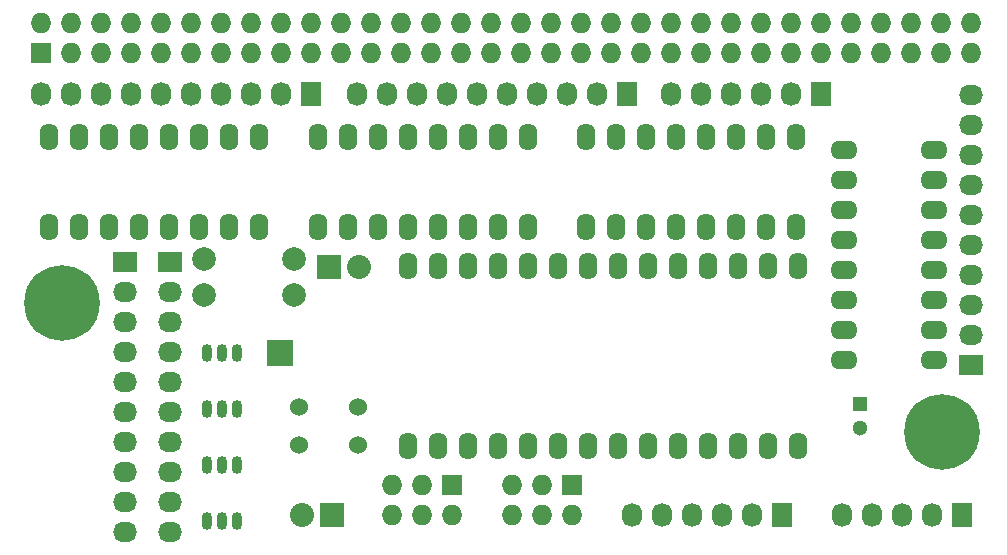
<source format=gbs>
G04 #@! TF.FileFunction,Soldermask,Bot*
%FSLAX46Y46*%
G04 Gerber Fmt 4.6, Leading zero omitted, Abs format (unit mm)*
G04 Created by KiCad (PCBNEW 4.0.4-stable) date 12/11/16 18:51:07*
%MOMM*%
%LPD*%
G01*
G04 APERTURE LIST*
%ADD10C,0.100000*%
%ADD11O,1.600000X2.300000*%
%ADD12R,1.727200X1.727200*%
%ADD13O,1.727200X1.727200*%
%ADD14R,2.032000X2.032000*%
%ADD15O,2.032000X2.032000*%
%ADD16R,1.727200X2.032000*%
%ADD17O,1.727200X2.032000*%
%ADD18R,2.235200X2.235200*%
%ADD19O,0.899160X1.501140*%
%ADD20R,2.032000X1.727200*%
%ADD21O,2.032000X1.727200*%
%ADD22O,2.300000X1.600000*%
%ADD23R,1.300000X1.300000*%
%ADD24C,1.300000*%
%ADD25C,1.524000*%
%ADD26C,1.998980*%
%ADD27C,6.400000*%
G04 APERTURE END LIST*
D10*
D11*
X210700000Y-134900000D03*
X213240000Y-134900000D03*
X215780000Y-134900000D03*
X218320000Y-134900000D03*
X220860000Y-134900000D03*
X223400000Y-134900000D03*
X225940000Y-134900000D03*
X228480000Y-134900000D03*
X231020000Y-134900000D03*
X233560000Y-134900000D03*
X236100000Y-134900000D03*
X238640000Y-134900000D03*
X241180000Y-134900000D03*
X243720000Y-134900000D03*
X243720000Y-119660000D03*
X241180000Y-119660000D03*
X238640000Y-119660000D03*
X236100000Y-119660000D03*
X233560000Y-119660000D03*
X231020000Y-119660000D03*
X228480000Y-119660000D03*
X225940000Y-119660000D03*
X223400000Y-119660000D03*
X220860000Y-119660000D03*
X218320000Y-119660000D03*
X215780000Y-119660000D03*
X213240000Y-119660000D03*
X210700000Y-119660000D03*
D12*
X179600000Y-101600000D03*
D13*
X179600000Y-99060000D03*
X182140000Y-101600000D03*
X182140000Y-99060000D03*
X184680000Y-101600000D03*
X184680000Y-99060000D03*
X187220000Y-101600000D03*
X187220000Y-99060000D03*
X189760000Y-101600000D03*
X189760000Y-99060000D03*
X192300000Y-101600000D03*
X192300000Y-99060000D03*
X194840000Y-101600000D03*
X194840000Y-99060000D03*
X197380000Y-101600000D03*
X197380000Y-99060000D03*
X199920000Y-101600000D03*
X199920000Y-99060000D03*
X202460000Y-101600000D03*
X202460000Y-99060000D03*
X205000000Y-101600000D03*
X205000000Y-99060000D03*
X207540000Y-101600000D03*
X207540000Y-99060000D03*
X210080000Y-101600000D03*
X210080000Y-99060000D03*
X212620000Y-101600000D03*
X212620000Y-99060000D03*
X215160000Y-101600000D03*
X215160000Y-99060000D03*
X217700000Y-101600000D03*
X217700000Y-99060000D03*
X220240000Y-101600000D03*
X220240000Y-99060000D03*
X222780000Y-101600000D03*
X222780000Y-99060000D03*
X225320000Y-101600000D03*
X225320000Y-99060000D03*
X227860000Y-101600000D03*
X227860000Y-99060000D03*
X230400000Y-101600000D03*
X230400000Y-99060000D03*
X232940000Y-101600000D03*
X232940000Y-99060000D03*
X235480000Y-101600000D03*
X235480000Y-99060000D03*
X238020000Y-101600000D03*
X238020000Y-99060000D03*
X240560000Y-101600000D03*
X240560000Y-99060000D03*
X243100000Y-101600000D03*
X243100000Y-99060000D03*
X245640000Y-101600000D03*
X245640000Y-99060000D03*
X248180000Y-101600000D03*
X248180000Y-99060000D03*
X250720000Y-101600000D03*
X250720000Y-99060000D03*
X253260000Y-101600000D03*
X253260000Y-99060000D03*
X255800000Y-101600000D03*
X255800000Y-99060000D03*
X258340000Y-101600000D03*
X258340000Y-99060000D03*
D14*
X204216000Y-140716000D03*
D15*
X201676000Y-140716000D03*
D16*
X242316000Y-140716000D03*
D17*
X239776000Y-140716000D03*
X237236000Y-140716000D03*
X234696000Y-140716000D03*
X232156000Y-140716000D03*
X229616000Y-140716000D03*
D12*
X214400000Y-138200000D03*
D13*
X214400000Y-140740000D03*
X211860000Y-138200000D03*
X211860000Y-140740000D03*
X209320000Y-138200000D03*
X209320000Y-140740000D03*
D18*
X199850000Y-126950000D03*
D12*
X224536000Y-138176000D03*
D13*
X224536000Y-140716000D03*
X221996000Y-138176000D03*
X221996000Y-140716000D03*
X219456000Y-138176000D03*
X219456000Y-140716000D03*
D16*
X257556000Y-140716000D03*
D17*
X255016000Y-140716000D03*
X252476000Y-140716000D03*
X249936000Y-140716000D03*
X247396000Y-140716000D03*
D19*
X194980000Y-127000000D03*
X193710000Y-127000000D03*
X196250000Y-127000000D03*
X194980000Y-131750000D03*
X193710000Y-131750000D03*
X196250000Y-131750000D03*
X194980000Y-136500000D03*
X193710000Y-136500000D03*
X196250000Y-136500000D03*
X194980000Y-141250000D03*
X193710000Y-141250000D03*
X196250000Y-141250000D03*
D16*
X229250000Y-105080000D03*
D17*
X226710000Y-105080000D03*
X224170000Y-105080000D03*
X221630000Y-105080000D03*
X219090000Y-105080000D03*
X216550000Y-105080000D03*
X214010000Y-105080000D03*
X211470000Y-105080000D03*
X208930000Y-105080000D03*
X206390000Y-105080000D03*
D16*
X202500000Y-105100000D03*
D17*
X199960000Y-105100000D03*
X197420000Y-105100000D03*
X194880000Y-105100000D03*
X192340000Y-105100000D03*
X189800000Y-105100000D03*
X187260000Y-105100000D03*
X184720000Y-105100000D03*
X182180000Y-105100000D03*
X179640000Y-105100000D03*
D20*
X258400000Y-128000000D03*
D21*
X258400000Y-125460000D03*
X258400000Y-122920000D03*
X258400000Y-120380000D03*
X258400000Y-117840000D03*
X258400000Y-115300000D03*
X258400000Y-112760000D03*
X258400000Y-110220000D03*
X258400000Y-107680000D03*
X258400000Y-105140000D03*
D16*
X245700000Y-105080000D03*
D17*
X243160000Y-105080000D03*
X240620000Y-105080000D03*
X238080000Y-105080000D03*
X235540000Y-105080000D03*
X233000000Y-105080000D03*
D11*
X203100000Y-116300000D03*
X205640000Y-116300000D03*
X208180000Y-116300000D03*
X210720000Y-116300000D03*
X213260000Y-116300000D03*
X215800000Y-116300000D03*
X218340000Y-116300000D03*
X220880000Y-116300000D03*
X220880000Y-108680000D03*
X218340000Y-108680000D03*
X215800000Y-108680000D03*
X213260000Y-108680000D03*
X210720000Y-108680000D03*
X208180000Y-108680000D03*
X205640000Y-108680000D03*
X203100000Y-108680000D03*
X180300000Y-116300000D03*
X182840000Y-116300000D03*
X185380000Y-116300000D03*
X187920000Y-116300000D03*
X190460000Y-116300000D03*
X193000000Y-116300000D03*
X195540000Y-116300000D03*
X198080000Y-116300000D03*
X198080000Y-108680000D03*
X195540000Y-108680000D03*
X193000000Y-108680000D03*
X190460000Y-108680000D03*
X187920000Y-108680000D03*
X185380000Y-108680000D03*
X182840000Y-108680000D03*
X180300000Y-108680000D03*
X225800000Y-116300000D03*
X228340000Y-116300000D03*
X230880000Y-116300000D03*
X233420000Y-116300000D03*
X235960000Y-116300000D03*
X238500000Y-116300000D03*
X241040000Y-116300000D03*
X243580000Y-116300000D03*
X243580000Y-108680000D03*
X241040000Y-108680000D03*
X238500000Y-108680000D03*
X235960000Y-108680000D03*
X233420000Y-108680000D03*
X230880000Y-108680000D03*
X228340000Y-108680000D03*
X225800000Y-108680000D03*
D22*
X247600000Y-109800000D03*
X247600000Y-112340000D03*
X247600000Y-114880000D03*
X247600000Y-117420000D03*
X247600000Y-119960000D03*
X247600000Y-122500000D03*
X247600000Y-125040000D03*
X247600000Y-127580000D03*
X255220000Y-127580000D03*
X255220000Y-125040000D03*
X255220000Y-122500000D03*
X255220000Y-119960000D03*
X255220000Y-117420000D03*
X255220000Y-114880000D03*
X255220000Y-112340000D03*
X255220000Y-109800000D03*
D23*
X248950000Y-131325000D03*
D24*
X248950000Y-133325000D03*
D25*
X206500000Y-134750000D03*
X201500000Y-134750000D03*
X201500000Y-131600000D03*
X206500000Y-131600000D03*
D26*
X201000000Y-119000000D03*
X193380000Y-119000000D03*
D20*
X186750000Y-119250000D03*
D21*
X186750000Y-121790000D03*
X186750000Y-124330000D03*
X186750000Y-126870000D03*
X186750000Y-129410000D03*
X186750000Y-131950000D03*
X186750000Y-134490000D03*
X186750000Y-137030000D03*
X186750000Y-139570000D03*
X186750000Y-142110000D03*
D20*
X190500000Y-119250000D03*
D21*
X190500000Y-121790000D03*
X190500000Y-124330000D03*
X190500000Y-126870000D03*
X190500000Y-129410000D03*
X190500000Y-131950000D03*
X190500000Y-134490000D03*
X190500000Y-137030000D03*
X190500000Y-139570000D03*
X190500000Y-142110000D03*
D27*
X181380000Y-122720000D03*
X255870000Y-133720000D03*
D14*
X204000000Y-119750000D03*
D15*
X206540000Y-119750000D03*
D26*
X201000000Y-122100000D03*
X193380000Y-122100000D03*
M02*

</source>
